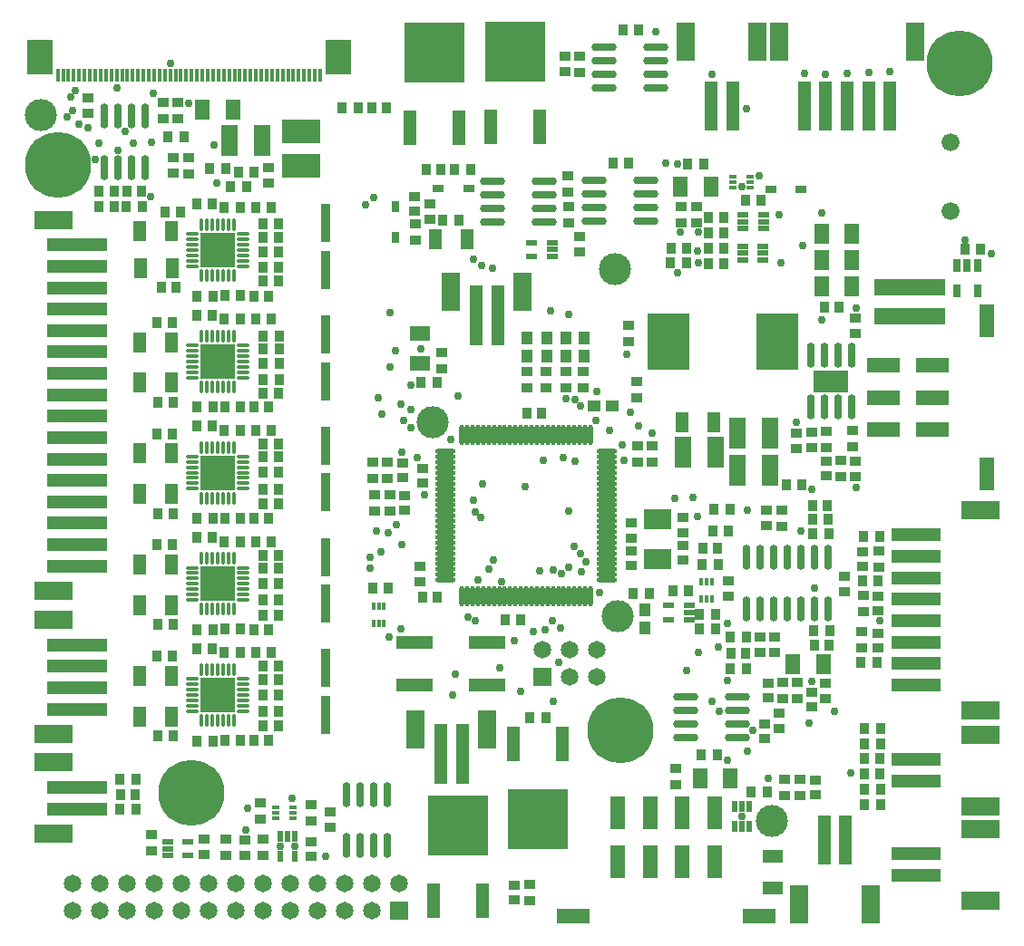
<source format=gts>
%FSLAX25Y25*%
%MOIN*%
G70*
G01*
G75*
G04 Layer_Color=8388736*
%ADD10R,0.03543X0.02756*%
%ADD11R,0.02756X0.03543*%
%ADD12R,0.03150X0.03543*%
%ADD13R,0.01181X0.02559*%
%ADD14R,0.13780X0.08465*%
%ADD15R,0.05315X0.11024*%
%ADD16R,0.05906X0.13386*%
%ADD17R,0.03937X0.21654*%
%ADD18R,0.03347X0.01378*%
%ADD19R,0.02559X0.01181*%
%ADD20R,0.03543X0.03150*%
%ADD21C,0.03937*%
%ADD22R,0.13386X0.05906*%
%ADD23R,0.17716X0.03937*%
%ADD24R,0.12402X0.12402*%
%ADD25O,0.04134X0.00787*%
%ADD26O,0.00787X0.04134*%
%ADD27O,0.02362X0.08661*%
%ADD28R,0.21654X0.03937*%
%ADD29R,0.02756X0.13583*%
%ADD30R,0.25590X0.05709*%
%ADD31R,0.02362X0.04331*%
%ADD32R,0.01378X0.03543*%
%ADD33R,0.21850X0.21260*%
%ADD34R,0.03937X0.12008*%
%ADD35R,0.02362X0.03543*%
%ADD36R,0.03543X0.02362*%
%ADD37R,0.05118X0.07087*%
%ADD38R,0.07087X0.05118*%
%ADD39O,0.08661X0.02362*%
%ADD40R,0.04528X0.06890*%
%ADD41R,0.09055X0.12205*%
%ADD42R,0.00980X0.04331*%
%ADD43R,0.05000X0.11496*%
%ADD44R,0.11496X0.05000*%
%ADD45R,0.09449X0.06693*%
%ADD46O,0.01181X0.07087*%
%ADD47O,0.07087X0.01181*%
%ADD48R,0.15157X0.20276*%
%ADD49R,0.12205X0.07874*%
%ADD50R,0.03347X0.04134*%
%ADD51R,0.04134X0.03347*%
%ADD52R,0.03937X0.17716*%
%ADD53R,0.12598X0.03937*%
%ADD54R,0.01378X0.03347*%
%ADD55R,0.06890X0.04528*%
%ADD56C,0.00800*%
%ADD57C,0.01200*%
%ADD58C,0.00600*%
%ADD59C,0.02000*%
%ADD60C,0.01000*%
%ADD61C,0.02500*%
%ADD62C,0.01500*%
%ADD63R,0.10255X0.13405*%
%ADD64R,0.05906X0.05906*%
%ADD65C,0.05906*%
%ADD66C,0.23622*%
%ADD67C,0.06000*%
%ADD68C,0.02400*%
%ADD69C,0.04000*%
%ADD70C,0.05943*%
%ADD71C,0.05550*%
%ADD72C,0.03600*%
%ADD73C,0.14998*%
%ADD74C,0.00984*%
%ADD75C,0.02362*%
%ADD76C,0.01575*%
%ADD77C,0.00787*%
%ADD78R,0.06700X0.01600*%
%ADD79R,0.01600X0.06700*%
%ADD80R,0.12900X0.03400*%
%ADD81R,0.14400X0.11900*%
%ADD82R,0.04143X0.03356*%
%ADD83R,0.03356X0.04143*%
%ADD84R,0.03750X0.04143*%
%ADD85R,0.00630X0.02008*%
%ADD86R,0.14379X0.09065*%
%ADD87R,0.05915X0.11624*%
%ADD88R,0.05306X0.12786*%
%ADD89R,0.03337X0.21054*%
%ADD90R,0.02795X0.00827*%
%ADD91R,0.02008X0.00630*%
%ADD92R,0.04143X0.03750*%
%ADD93R,0.12786X0.05306*%
%ADD94R,0.17116X0.03337*%
%ADD95R,0.11402X0.11402*%
%ADD96O,0.03934X0.00587*%
%ADD97O,0.00587X0.03934*%
%ADD98O,0.02962X0.09261*%
%ADD99R,0.21054X0.03337*%
%ADD100R,0.02156X0.12983*%
%ADD101R,0.26191X0.06309*%
%ADD102R,0.02962X0.04931*%
%ADD103R,0.00827X0.02992*%
%ADD104R,0.22450X0.21860*%
%ADD105R,0.04537X0.12608*%
%ADD106R,0.02962X0.04143*%
%ADD107R,0.04143X0.02962*%
%ADD108R,0.04518X0.06487*%
%ADD109R,0.06487X0.04518*%
%ADD110O,0.08061X0.01762*%
%ADD111O,0.01762X0.08061*%
%ADD112R,0.05128X0.07490*%
%ADD113R,0.08455X0.11605*%
%ADD114R,0.00780X0.04131*%
%ADD115R,0.04400X0.10896*%
%ADD116R,0.10896X0.04400*%
%ADD117R,0.08849X0.06093*%
%ADD118O,0.01781X0.07687*%
%ADD119O,0.07687X0.01781*%
%ADD120R,0.15757X0.20876*%
%ADD121R,0.11605X0.07274*%
%ADD122R,0.03947X0.04734*%
%ADD123R,0.04734X0.03947*%
%ADD124R,0.03337X0.17116*%
%ADD125R,0.11998X0.03337*%
%ADD126R,0.00827X0.02795*%
%ADD127R,0.07490X0.05128*%
%ADD128R,0.01781X0.03159*%
%ADD129R,0.06506X0.13986*%
%ADD130R,0.04537X0.22253*%
%ADD131R,0.03947X0.01978*%
%ADD132R,0.03159X0.01781*%
%ADD133C,0.11811*%
%ADD134R,0.13986X0.06506*%
%ADD135R,0.18316X0.04537*%
%ADD136R,0.13002X0.13002*%
%ADD137O,0.04734X0.01387*%
%ADD138O,0.01387X0.04734*%
%ADD139R,0.22253X0.04537*%
%ADD140R,0.03356X0.14183*%
%ADD141R,0.01978X0.04143*%
%ADD142R,0.05718X0.07687*%
%ADD143R,0.07687X0.05718*%
%ADD144O,0.09261X0.02962*%
%ADD145R,0.09655X0.12805*%
%ADD146R,0.01580X0.04931*%
%ADD147R,0.05600X0.12096*%
%ADD148R,0.12096X0.05600*%
%ADD149R,0.10049X0.07293*%
%ADD150R,0.12805X0.08474*%
%ADD151R,0.04537X0.18316*%
%ADD152R,0.13198X0.04537*%
%ADD153R,0.01978X0.03947*%
%ADD154R,0.06506X0.06506*%
%ADD155C,0.06506*%
%ADD156C,0.24222*%
%ADD157C,0.06600*%
%ADD158C,0.03000*%
D82*
X249000Y259347D02*
D03*
Y265253D02*
D03*
X243400Y259347D02*
D03*
Y265253D02*
D03*
X279500Y73247D02*
D03*
Y79153D02*
D03*
X48700Y28447D02*
D03*
Y34353D02*
D03*
X225100Y143247D02*
D03*
Y149153D02*
D03*
X224100Y215747D02*
D03*
Y221653D02*
D03*
X296500Y90153D02*
D03*
Y84247D02*
D03*
X25400Y305453D02*
D03*
Y299547D02*
D03*
X241500Y52647D02*
D03*
Y58553D02*
D03*
X76000Y26647D02*
D03*
Y32553D02*
D03*
X83200Y26547D02*
D03*
Y32453D02*
D03*
X89700Y26647D02*
D03*
Y32553D02*
D03*
X232900Y177253D02*
D03*
Y171347D02*
D03*
X227300Y177253D02*
D03*
Y171347D02*
D03*
X53000Y303753D02*
D03*
Y297847D02*
D03*
X58600Y303753D02*
D03*
Y297847D02*
D03*
X107400Y45253D02*
D03*
Y39347D02*
D03*
X281500Y54653D02*
D03*
Y48747D02*
D03*
X287200D02*
D03*
Y54653D02*
D03*
X316004Y138553D02*
D03*
Y132647D02*
D03*
X286052Y84347D02*
D03*
Y90253D02*
D03*
X310400Y122253D02*
D03*
Y116347D02*
D03*
X309904Y103047D02*
D03*
Y108953D02*
D03*
X280752Y84347D02*
D03*
Y90253D02*
D03*
X272552Y101247D02*
D03*
Y107153D02*
D03*
X62300Y283353D02*
D03*
Y277447D02*
D03*
X277652Y107153D02*
D03*
Y101247D02*
D03*
X201175Y204653D02*
D03*
Y198747D02*
D03*
X193950Y204653D02*
D03*
Y198747D02*
D03*
X186726Y204653D02*
D03*
Y198747D02*
D03*
X207602Y204753D02*
D03*
Y198847D02*
D03*
X227000Y200953D02*
D03*
Y195047D02*
D03*
X145800Y258953D02*
D03*
Y253047D02*
D03*
X187900Y10147D02*
D03*
Y16053D02*
D03*
X155300Y205647D02*
D03*
Y211553D02*
D03*
X280348Y147847D02*
D03*
Y153753D02*
D03*
X274948Y153853D02*
D03*
Y147947D02*
D03*
X151000Y266453D02*
D03*
Y260547D02*
D03*
X206098Y320653D02*
D03*
Y314747D02*
D03*
X202100Y265353D02*
D03*
Y259447D02*
D03*
X201700Y276653D02*
D03*
Y270747D02*
D03*
X296867Y182715D02*
D03*
Y176810D02*
D03*
X306467Y182915D02*
D03*
Y177010D02*
D03*
X285900Y182153D02*
D03*
Y176247D02*
D03*
X307567Y165910D02*
D03*
Y171815D02*
D03*
X302167Y166110D02*
D03*
Y172015D02*
D03*
X136298Y153447D02*
D03*
Y159353D02*
D03*
X130696Y153447D02*
D03*
Y159353D02*
D03*
X135548Y165347D02*
D03*
Y171253D02*
D03*
X130096Y165347D02*
D03*
Y171253D02*
D03*
X88900Y40047D02*
D03*
Y45953D02*
D03*
D83*
X245453Y244800D02*
D03*
X239547D02*
D03*
X245553Y250200D02*
D03*
X239647D02*
D03*
X269147Y50000D02*
D03*
X275053D02*
D03*
X130047Y125050D02*
D03*
X135953D02*
D03*
X65347Y102800D02*
D03*
X71253D02*
D03*
X65347Y143700D02*
D03*
X71253D02*
D03*
X65347Y184600D02*
D03*
X71253D02*
D03*
X65347Y225500D02*
D03*
X71253D02*
D03*
X65347Y266400D02*
D03*
X71253D02*
D03*
X81353Y101300D02*
D03*
X75447D02*
D03*
X81353Y142200D02*
D03*
X75447D02*
D03*
X81353Y183100D02*
D03*
X75447D02*
D03*
X81353Y224000D02*
D03*
X75447D02*
D03*
X81353Y265000D02*
D03*
X75447D02*
D03*
X65547Y68700D02*
D03*
X71453D02*
D03*
X65547Y109600D02*
D03*
X71453D02*
D03*
X65547Y150600D02*
D03*
X71453D02*
D03*
X65547Y191600D02*
D03*
X71453D02*
D03*
X65547Y232500D02*
D03*
X71453D02*
D03*
X89647Y79700D02*
D03*
X95553D02*
D03*
X89647Y120600D02*
D03*
X95553D02*
D03*
X89647Y161500D02*
D03*
X95553D02*
D03*
X89747Y201800D02*
D03*
X95653D02*
D03*
X89647Y243000D02*
D03*
X95553D02*
D03*
Y96207D02*
D03*
X89647D02*
D03*
X95553Y137107D02*
D03*
X89647D02*
D03*
X95553Y178007D02*
D03*
X89647D02*
D03*
X95653Y217807D02*
D03*
X89747D02*
D03*
X95553Y259007D02*
D03*
X89647D02*
D03*
X95553Y85800D02*
D03*
X89647D02*
D03*
X95553Y126700D02*
D03*
X89647D02*
D03*
X95553Y167600D02*
D03*
X89647D02*
D03*
X95653Y207600D02*
D03*
X89747D02*
D03*
X95553Y248800D02*
D03*
X89647D02*
D03*
X95553Y91407D02*
D03*
X89647D02*
D03*
X95553Y132307D02*
D03*
X89647D02*
D03*
X95553Y173207D02*
D03*
X89647D02*
D03*
X95653Y212907D02*
D03*
X89747D02*
D03*
X95553Y254107D02*
D03*
X89647D02*
D03*
X347651Y249600D02*
D03*
X353557D02*
D03*
X291647Y150300D02*
D03*
X297553D02*
D03*
X297705Y145100D02*
D03*
X291799D02*
D03*
X255447Y154000D02*
D03*
X261353D02*
D03*
X147847Y200800D02*
D03*
X153753D02*
D03*
X310747Y45500D02*
D03*
X316653D02*
D03*
Y51100D02*
D03*
X310747D02*
D03*
Y73496D02*
D03*
X316653D02*
D03*
X250199Y115300D02*
D03*
X256105D02*
D03*
X316653Y67596D02*
D03*
X310747D02*
D03*
X316357Y144100D02*
D03*
X310451D02*
D03*
X256105Y110200D02*
D03*
X250199D02*
D03*
X315957Y127700D02*
D03*
X310051D02*
D03*
X315457Y97800D02*
D03*
X309551D02*
D03*
X80647Y278100D02*
D03*
X86553D02*
D03*
X70147Y279500D02*
D03*
X76053D02*
D03*
X54847Y290900D02*
D03*
X60753D02*
D03*
X298053Y109300D02*
D03*
X292147D02*
D03*
X251199Y133800D02*
D03*
X257105D02*
D03*
X261499Y107000D02*
D03*
X267405D02*
D03*
Y95400D02*
D03*
X261499D02*
D03*
X231653Y123200D02*
D03*
X225747D02*
D03*
X245947Y281000D02*
D03*
X251853D02*
D03*
X250747Y63681D02*
D03*
X256653D02*
D03*
X124753Y301800D02*
D03*
X118847D02*
D03*
X160147Y279200D02*
D03*
X166053D02*
D03*
X77947Y272600D02*
D03*
X83853D02*
D03*
X260905Y146100D02*
D03*
X254999D02*
D03*
X155847Y260500D02*
D03*
X161753D02*
D03*
X45453Y265300D02*
D03*
X39547D02*
D03*
X35253D02*
D03*
X29347D02*
D03*
X193853Y77500D02*
D03*
X187947D02*
D03*
X282047Y162900D02*
D03*
X287953D02*
D03*
X259253Y249900D02*
D03*
X253347D02*
D03*
X259253Y244300D02*
D03*
X253347D02*
D03*
X259253Y261500D02*
D03*
X253347D02*
D03*
X259253Y255600D02*
D03*
X253347D02*
D03*
X43153Y43700D02*
D03*
X37247D02*
D03*
X37247Y54600D02*
D03*
X43153D02*
D03*
D84*
X292344Y104200D02*
D03*
X297856D02*
D03*
X50944Y100000D02*
D03*
X56456D02*
D03*
X50944Y140900D02*
D03*
X56456D02*
D03*
X50944Y181800D02*
D03*
X56456D02*
D03*
X50944Y222700D02*
D03*
X56456D02*
D03*
X53944Y263500D02*
D03*
X59456D02*
D03*
X51144Y70700D02*
D03*
X56656D02*
D03*
X51144Y111600D02*
D03*
X56656D02*
D03*
X51144Y152500D02*
D03*
X56656D02*
D03*
X51144Y193400D02*
D03*
X56656D02*
D03*
X52344Y235600D02*
D03*
X57856D02*
D03*
X92656Y101300D02*
D03*
X87144D02*
D03*
X92656Y142200D02*
D03*
X87144D02*
D03*
X92656Y183100D02*
D03*
X87144D02*
D03*
X92656Y224000D02*
D03*
X87144D02*
D03*
X92656Y265000D02*
D03*
X87144D02*
D03*
X86344Y68900D02*
D03*
X91856D02*
D03*
X86344Y109800D02*
D03*
X91856D02*
D03*
X86344Y150700D02*
D03*
X91856D02*
D03*
X86344Y191600D02*
D03*
X91856D02*
D03*
X86344Y232500D02*
D03*
X91856D02*
D03*
X89844Y74300D02*
D03*
X95356D02*
D03*
X89844Y115200D02*
D03*
X95356D02*
D03*
X89844Y156100D02*
D03*
X95356D02*
D03*
X89944Y196700D02*
D03*
X95456D02*
D03*
X89844Y237900D02*
D03*
X95356D02*
D03*
X75844Y69000D02*
D03*
X81356D02*
D03*
X75844Y109900D02*
D03*
X81356D02*
D03*
X75844Y150800D02*
D03*
X81356D02*
D03*
X75844Y191700D02*
D03*
X81356D02*
D03*
X75844Y232600D02*
D03*
X81356D02*
D03*
X291644Y155300D02*
D03*
X297156D02*
D03*
X129744Y301800D02*
D03*
X135256D02*
D03*
X155256Y279200D02*
D03*
X149744D02*
D03*
X45256Y271200D02*
D03*
X39744D02*
D03*
X35056Y271100D02*
D03*
X29544D02*
D03*
X227656Y330300D02*
D03*
X222144D02*
D03*
X224056Y281400D02*
D03*
X218544D02*
D03*
X301523Y228362D02*
D03*
X296011D02*
D03*
X192156Y189300D02*
D03*
X186644D02*
D03*
X153956Y121800D02*
D03*
X148444D02*
D03*
X178844Y113500D02*
D03*
X184356D02*
D03*
X261696Y101200D02*
D03*
X267208D02*
D03*
X251396Y139800D02*
D03*
X256908D02*
D03*
X316456Y62400D02*
D03*
X310944D02*
D03*
X316456Y56700D02*
D03*
X310944D02*
D03*
X267244Y267800D02*
D03*
X272756D02*
D03*
X37444Y49000D02*
D03*
X42956D02*
D03*
X240544Y123900D02*
D03*
X246056D02*
D03*
D86*
X103800Y293098D02*
D03*
Y280302D02*
D03*
D87*
X77496Y289600D02*
D03*
X89504D02*
D03*
X256204Y175000D02*
D03*
X244196D02*
D03*
X264003Y181952D02*
D03*
X276011D02*
D03*
X264103Y168452D02*
D03*
X276111D02*
D03*
D92*
X206100Y248844D02*
D03*
Y254356D02*
D03*
X291400Y86756D02*
D03*
Y81244D02*
D03*
X244200Y135244D02*
D03*
Y140756D02*
D03*
X68200Y27044D02*
D03*
Y32556D02*
D03*
X107600Y31856D02*
D03*
Y26344D02*
D03*
X145500Y263544D02*
D03*
Y269056D02*
D03*
X182100Y10344D02*
D03*
Y15856D02*
D03*
X303552Y123844D02*
D03*
Y129356D02*
D03*
X200698Y320556D02*
D03*
Y315044D02*
D03*
X114300Y42712D02*
D03*
Y37200D02*
D03*
X244200Y150956D02*
D03*
Y145444D02*
D03*
X307567Y218806D02*
D03*
Y224318D02*
D03*
X296867Y166206D02*
D03*
Y171718D02*
D03*
X291467Y176806D02*
D03*
Y182318D02*
D03*
X148400Y169056D02*
D03*
Y163544D02*
D03*
X225100Y133344D02*
D03*
Y138856D02*
D03*
X147600Y132956D02*
D03*
Y127444D02*
D03*
X56900Y277744D02*
D03*
Y283256D02*
D03*
X91900Y274044D02*
D03*
Y279556D02*
D03*
X315804Y108456D02*
D03*
Y102944D02*
D03*
X315900Y116644D02*
D03*
Y122156D02*
D03*
X275452Y84544D02*
D03*
Y90056D02*
D03*
X260700Y127556D02*
D03*
Y122044D02*
D03*
X310204Y132944D02*
D03*
Y138456D02*
D03*
X292900Y48944D02*
D03*
Y54456D02*
D03*
X274100Y69544D02*
D03*
Y75056D02*
D03*
X141900Y159156D02*
D03*
Y153644D02*
D03*
X141000Y171056D02*
D03*
Y165544D02*
D03*
D98*
X267352Y117351D02*
D03*
X272352D02*
D03*
X277352D02*
D03*
X282352D02*
D03*
X287352D02*
D03*
X292352D02*
D03*
X297352D02*
D03*
X267352Y136249D02*
D03*
X272352D02*
D03*
X277352D02*
D03*
X282352D02*
D03*
X287352D02*
D03*
X292352D02*
D03*
X297352D02*
D03*
X120500Y30258D02*
D03*
X125500D02*
D03*
X130500D02*
D03*
X135500D02*
D03*
X120500Y49156D02*
D03*
X125500D02*
D03*
X130500D02*
D03*
X135500D02*
D03*
X46600Y298549D02*
D03*
X41600D02*
D03*
X36600D02*
D03*
X31600D02*
D03*
X46600Y279651D02*
D03*
X41600D02*
D03*
X36600D02*
D03*
X31600D02*
D03*
X291079Y191720D02*
D03*
X296079D02*
D03*
X301079D02*
D03*
X306079D02*
D03*
X291079Y210618D02*
D03*
X296079D02*
D03*
X301079D02*
D03*
X306079D02*
D03*
D101*
X327404Y224987D02*
D03*
Y235813D02*
D03*
D102*
X352344Y243724D02*
D03*
X348604D02*
D03*
X344864D02*
D03*
Y234276D02*
D03*
X352344D02*
D03*
D104*
X152700Y322114D02*
D03*
X161400Y37714D02*
D03*
X182500Y322314D02*
D03*
X190800Y39986D02*
D03*
D105*
X161676Y294358D02*
D03*
X143724D02*
D03*
X170376Y9958D02*
D03*
X152424D02*
D03*
X191476Y294558D02*
D03*
X173524D02*
D03*
X181824Y67742D02*
D03*
X199776D02*
D03*
D106*
X138500Y253990D02*
D03*
Y265210D02*
D03*
D107*
X165510Y272100D02*
D03*
X154290D02*
D03*
X276390Y271600D02*
D03*
X287610D02*
D03*
D112*
X164907Y253300D02*
D03*
X153293D02*
D03*
X56207Y77863D02*
D03*
X44593D02*
D03*
X56207Y118763D02*
D03*
X44593D02*
D03*
X56207Y159663D02*
D03*
X44593D02*
D03*
X56207Y200563D02*
D03*
X44593D02*
D03*
X56407Y242700D02*
D03*
X44793D02*
D03*
X56207Y92763D02*
D03*
X44593D02*
D03*
X56207Y133663D02*
D03*
X44593D02*
D03*
X56207Y174563D02*
D03*
X44593D02*
D03*
X56207Y215463D02*
D03*
X44593D02*
D03*
X56207Y256363D02*
D03*
X44593D02*
D03*
X255507Y186000D02*
D03*
X243893D02*
D03*
D118*
X162878Y121876D02*
D03*
X164846D02*
D03*
X166815D02*
D03*
X168783D02*
D03*
X170752D02*
D03*
X172720D02*
D03*
X174689D02*
D03*
X176657D02*
D03*
X178626D02*
D03*
X180594D02*
D03*
X182563D02*
D03*
X184532D02*
D03*
X186500D02*
D03*
X188469D02*
D03*
X190437D02*
D03*
X192406D02*
D03*
X194374D02*
D03*
X196343D02*
D03*
X198311D02*
D03*
X200280D02*
D03*
X202248D02*
D03*
X204217D02*
D03*
X206185D02*
D03*
X208154D02*
D03*
X210122D02*
D03*
Y181324D02*
D03*
X208154D02*
D03*
X206185D02*
D03*
X204217D02*
D03*
X202248D02*
D03*
X200280D02*
D03*
X198311D02*
D03*
X196343D02*
D03*
X194374D02*
D03*
X192406D02*
D03*
X190437D02*
D03*
X188469D02*
D03*
X186500D02*
D03*
X184532D02*
D03*
X182563D02*
D03*
X180594D02*
D03*
X178626D02*
D03*
X176657D02*
D03*
X174689D02*
D03*
X172720D02*
D03*
X170752D02*
D03*
X168783D02*
D03*
X166815D02*
D03*
X164846D02*
D03*
X162878D02*
D03*
D119*
X216224Y127978D02*
D03*
Y129946D02*
D03*
Y131915D02*
D03*
Y133883D02*
D03*
Y135852D02*
D03*
Y137820D02*
D03*
Y139789D02*
D03*
Y141757D02*
D03*
Y143726D02*
D03*
Y145694D02*
D03*
Y147663D02*
D03*
Y149631D02*
D03*
Y151600D02*
D03*
Y153568D02*
D03*
Y155537D02*
D03*
Y157506D02*
D03*
Y159474D02*
D03*
Y161443D02*
D03*
Y163411D02*
D03*
Y165380D02*
D03*
Y167348D02*
D03*
Y169317D02*
D03*
Y171285D02*
D03*
Y173254D02*
D03*
Y175222D02*
D03*
X156776D02*
D03*
Y173254D02*
D03*
Y171285D02*
D03*
Y169317D02*
D03*
Y167348D02*
D03*
Y165380D02*
D03*
Y163411D02*
D03*
Y161443D02*
D03*
Y159474D02*
D03*
Y157506D02*
D03*
Y155537D02*
D03*
Y153568D02*
D03*
Y151600D02*
D03*
Y149631D02*
D03*
Y147663D02*
D03*
Y145694D02*
D03*
Y143726D02*
D03*
Y141757D02*
D03*
Y139789D02*
D03*
Y137820D02*
D03*
Y135852D02*
D03*
Y133883D02*
D03*
Y131915D02*
D03*
Y129946D02*
D03*
Y127978D02*
D03*
D120*
X238720Y215600D02*
D03*
X278680D02*
D03*
D122*
X230100Y117147D02*
D03*
Y110453D02*
D03*
X207700Y210428D02*
D03*
Y217121D02*
D03*
X186825Y217021D02*
D03*
Y210328D02*
D03*
X194049D02*
D03*
Y217021D02*
D03*
X201274D02*
D03*
Y210328D02*
D03*
D123*
X211554Y191900D02*
D03*
X218247D02*
D03*
D127*
X277100Y14693D02*
D03*
Y26307D02*
D03*
D128*
X134268Y112150D02*
D03*
X132300D02*
D03*
X130332D02*
D03*
Y118450D02*
D03*
X132300D02*
D03*
X134268D02*
D03*
X254668Y127350D02*
D03*
X252700D02*
D03*
X250731D02*
D03*
Y121050D02*
D03*
X252700D02*
D03*
X254668D02*
D03*
D129*
X158911Y234129D02*
D03*
X185289D02*
D03*
X286811Y8658D02*
D03*
X313189D02*
D03*
X271593Y326203D02*
D03*
X245215D02*
D03*
X279500Y326110D02*
D03*
X329500D02*
D03*
X172289Y72929D02*
D03*
X145911D02*
D03*
D130*
X176037Y225271D02*
D03*
X168163D02*
D03*
X155163Y64071D02*
D03*
X163037D02*
D03*
D131*
X196040Y247041D02*
D03*
Y249600D02*
D03*
Y252159D02*
D03*
X188560D02*
D03*
Y247041D02*
D03*
X266060Y250859D02*
D03*
Y248300D02*
D03*
Y245741D02*
D03*
X273540D02*
D03*
Y248300D02*
D03*
Y250859D02*
D03*
X62240Y31667D02*
D03*
Y26549D02*
D03*
X54760D02*
D03*
Y29108D02*
D03*
Y31667D02*
D03*
X266160Y262359D02*
D03*
Y259800D02*
D03*
Y257241D02*
D03*
X273640D02*
D03*
Y259800D02*
D03*
Y262359D02*
D03*
X238860Y113441D02*
D03*
Y118559D02*
D03*
X246340D02*
D03*
Y116000D02*
D03*
Y113441D02*
D03*
D132*
X262450Y276269D02*
D03*
Y274300D02*
D03*
Y272332D02*
D03*
X268750D02*
D03*
Y274300D02*
D03*
Y276269D02*
D03*
X100650Y44368D02*
D03*
Y42400D02*
D03*
Y40431D02*
D03*
X94350D02*
D03*
Y42400D02*
D03*
Y44368D02*
D03*
D133*
X220100Y114700D02*
D03*
X152000Y186100D02*
D03*
X276900Y39400D02*
D03*
X219100Y242300D02*
D03*
X8000Y299100D02*
D03*
D134*
X353544Y153811D02*
D03*
Y80189D02*
D03*
X12771Y123893D02*
D03*
Y260507D02*
D03*
X353544Y10111D02*
D03*
Y36489D02*
D03*
X12677Y71237D02*
D03*
Y113363D02*
D03*
X353544Y44811D02*
D03*
Y71189D02*
D03*
X12685Y60989D02*
D03*
Y34611D02*
D03*
D135*
X329725Y89441D02*
D03*
Y97315D02*
D03*
Y105189D02*
D03*
Y113063D02*
D03*
Y120937D02*
D03*
Y128811D02*
D03*
Y136685D02*
D03*
Y144559D02*
D03*
Y27237D02*
D03*
Y19363D02*
D03*
Y61937D02*
D03*
Y54063D02*
D03*
D136*
X73200Y85707D02*
D03*
Y126607D02*
D03*
Y167507D02*
D03*
Y208407D02*
D03*
Y249307D02*
D03*
D137*
X63850Y79802D02*
D03*
Y81770D02*
D03*
Y83739D02*
D03*
Y85707D02*
D03*
Y87676D02*
D03*
Y89644D02*
D03*
Y91613D02*
D03*
X82550D02*
D03*
Y89644D02*
D03*
Y87676D02*
D03*
Y85707D02*
D03*
Y83739D02*
D03*
Y81770D02*
D03*
Y79802D02*
D03*
Y120702D02*
D03*
Y122670D02*
D03*
Y124639D02*
D03*
Y126607D02*
D03*
Y128576D02*
D03*
Y130544D02*
D03*
Y132513D02*
D03*
X63850D02*
D03*
Y130544D02*
D03*
Y128576D02*
D03*
Y126607D02*
D03*
Y124639D02*
D03*
Y122670D02*
D03*
Y120702D02*
D03*
Y161602D02*
D03*
Y163570D02*
D03*
Y165539D02*
D03*
Y167507D02*
D03*
Y169476D02*
D03*
Y171444D02*
D03*
Y173413D02*
D03*
X82550D02*
D03*
Y171444D02*
D03*
Y169476D02*
D03*
Y167507D02*
D03*
Y165539D02*
D03*
Y163570D02*
D03*
Y161602D02*
D03*
Y202502D02*
D03*
Y204470D02*
D03*
Y206439D02*
D03*
Y208407D02*
D03*
Y210376D02*
D03*
Y212344D02*
D03*
Y214313D02*
D03*
X63850D02*
D03*
Y212344D02*
D03*
Y210376D02*
D03*
Y208407D02*
D03*
Y206439D02*
D03*
Y204470D02*
D03*
Y202502D02*
D03*
Y243402D02*
D03*
Y245370D02*
D03*
Y247339D02*
D03*
Y249307D02*
D03*
Y251276D02*
D03*
Y253244D02*
D03*
Y255213D02*
D03*
X82550D02*
D03*
Y253244D02*
D03*
Y251276D02*
D03*
Y249307D02*
D03*
Y247339D02*
D03*
Y245370D02*
D03*
Y243402D02*
D03*
D138*
X67295Y95057D02*
D03*
X69263D02*
D03*
X71232D02*
D03*
X73200D02*
D03*
X75169D02*
D03*
X77137D02*
D03*
X79106D02*
D03*
Y76357D02*
D03*
X77137D02*
D03*
X75169D02*
D03*
X73200D02*
D03*
X71232D02*
D03*
X69263D02*
D03*
X67295D02*
D03*
Y117257D02*
D03*
X69263D02*
D03*
X71232D02*
D03*
X73200D02*
D03*
X75169D02*
D03*
X77137D02*
D03*
X79106D02*
D03*
Y135958D02*
D03*
X77137D02*
D03*
X75169D02*
D03*
X73200D02*
D03*
X71232D02*
D03*
X69263D02*
D03*
X67295D02*
D03*
Y176857D02*
D03*
X69263D02*
D03*
X71232D02*
D03*
X73200D02*
D03*
X75169D02*
D03*
X77137D02*
D03*
X79106D02*
D03*
Y158157D02*
D03*
X77137D02*
D03*
X75169D02*
D03*
X73200D02*
D03*
X71232D02*
D03*
X69263D02*
D03*
X67295D02*
D03*
Y199057D02*
D03*
X69263D02*
D03*
X71232D02*
D03*
X73200D02*
D03*
X75169D02*
D03*
X77137D02*
D03*
X79106D02*
D03*
Y217758D02*
D03*
X77137D02*
D03*
X75169D02*
D03*
X73200D02*
D03*
X71232D02*
D03*
X69263D02*
D03*
X67295D02*
D03*
Y258658D02*
D03*
X69263D02*
D03*
X71232D02*
D03*
X73200D02*
D03*
X75169D02*
D03*
X77137D02*
D03*
X79106D02*
D03*
Y239957D02*
D03*
X77137D02*
D03*
X75169D02*
D03*
X73200D02*
D03*
X71232D02*
D03*
X69263D02*
D03*
X67295D02*
D03*
D139*
X21629Y172515D02*
D03*
Y164641D02*
D03*
Y251255D02*
D03*
Y243381D02*
D03*
Y235507D02*
D03*
Y227633D02*
D03*
Y219759D02*
D03*
Y211885D02*
D03*
Y204011D02*
D03*
Y196137D02*
D03*
Y188263D02*
D03*
Y180389D02*
D03*
Y141019D02*
D03*
Y133145D02*
D03*
Y148893D02*
D03*
Y156767D02*
D03*
X21535Y80489D02*
D03*
Y88363D02*
D03*
Y104111D02*
D03*
Y96237D02*
D03*
X21543Y43863D02*
D03*
Y51737D02*
D03*
D140*
X112700Y78500D02*
D03*
Y95626D02*
D03*
Y119400D02*
D03*
Y136526D02*
D03*
Y160300D02*
D03*
Y177426D02*
D03*
Y201200D02*
D03*
Y218326D02*
D03*
Y242100D02*
D03*
Y259226D02*
D03*
D141*
X101359Y33740D02*
D03*
X98800D02*
D03*
X96241D02*
D03*
Y26260D02*
D03*
X101359D02*
D03*
D142*
X254310Y272600D02*
D03*
X243090D02*
D03*
X261610Y55181D02*
D03*
X250390D02*
D03*
X78810Y301200D02*
D03*
X67590D02*
D03*
X295057Y235962D02*
D03*
X306277D02*
D03*
X295057Y245662D02*
D03*
X306277D02*
D03*
X295057Y255362D02*
D03*
X306277D02*
D03*
X284442Y97000D02*
D03*
X295662D02*
D03*
D143*
X147500Y218810D02*
D03*
Y207590D02*
D03*
D144*
X215202Y324100D02*
D03*
Y319100D02*
D03*
Y314100D02*
D03*
Y309100D02*
D03*
X234100Y324100D02*
D03*
Y319100D02*
D03*
Y314100D02*
D03*
Y309100D02*
D03*
X230500Y260200D02*
D03*
Y265200D02*
D03*
Y270200D02*
D03*
Y275200D02*
D03*
X211602Y260200D02*
D03*
Y265200D02*
D03*
Y270200D02*
D03*
Y275200D02*
D03*
X264049Y69900D02*
D03*
Y74900D02*
D03*
Y79900D02*
D03*
Y84900D02*
D03*
X245151Y69900D02*
D03*
Y74900D02*
D03*
Y79900D02*
D03*
Y84900D02*
D03*
X193049Y259600D02*
D03*
Y264600D02*
D03*
Y269600D02*
D03*
Y274600D02*
D03*
X174151Y259600D02*
D03*
Y264600D02*
D03*
Y269600D02*
D03*
Y274600D02*
D03*
D145*
X117375Y320493D02*
D03*
X7768D02*
D03*
D146*
X110800Y313800D02*
D03*
X108832D02*
D03*
X106863D02*
D03*
X104894D02*
D03*
X102926D02*
D03*
X100958D02*
D03*
X98989D02*
D03*
X97021D02*
D03*
X95052D02*
D03*
X93084D02*
D03*
X91115D02*
D03*
X89147D02*
D03*
X87178D02*
D03*
X85210D02*
D03*
X83241D02*
D03*
X81272D02*
D03*
X79304D02*
D03*
X77335D02*
D03*
X75367D02*
D03*
X73398D02*
D03*
X71430D02*
D03*
X69461D02*
D03*
X67493D02*
D03*
X65524D02*
D03*
X63556D02*
D03*
X61587D02*
D03*
X59619D02*
D03*
X57650D02*
D03*
X55682D02*
D03*
X53713D02*
D03*
X51745D02*
D03*
X49776D02*
D03*
X47808D02*
D03*
X45839D02*
D03*
X43871D02*
D03*
X41902D02*
D03*
X39934D02*
D03*
X37965D02*
D03*
X35997D02*
D03*
X34028D02*
D03*
X32060D02*
D03*
X30091D02*
D03*
X28123D02*
D03*
X26154D02*
D03*
X24186D02*
D03*
X22217D02*
D03*
X20249D02*
D03*
X18280D02*
D03*
X16312D02*
D03*
X14343D02*
D03*
D147*
X255716Y24226D02*
D03*
X243905D02*
D03*
Y42415D02*
D03*
X255716D02*
D03*
X220284D02*
D03*
Y24226D02*
D03*
X232095D02*
D03*
Y42415D02*
D03*
X355704Y223350D02*
D03*
Y167050D02*
D03*
D148*
X203945Y4462D02*
D03*
X272055D02*
D03*
X335940Y183389D02*
D03*
X317751D02*
D03*
Y207011D02*
D03*
Y195200D02*
D03*
X335940D02*
D03*
Y207011D02*
D03*
D149*
X234700Y150383D02*
D03*
Y135817D02*
D03*
D150*
X298579Y201169D02*
D03*
D151*
X303937Y32477D02*
D03*
X296063D02*
D03*
X254467Y302384D02*
D03*
X262341D02*
D03*
X288752Y302291D02*
D03*
X296626D02*
D03*
X304500D02*
D03*
X320248D02*
D03*
X312374D02*
D03*
D152*
X145414Y105074D02*
D03*
Y89326D02*
D03*
X172186Y105074D02*
D03*
Y89326D02*
D03*
D153*
X268359Y37260D02*
D03*
X265800D02*
D03*
X263241D02*
D03*
Y44740D02*
D03*
X265800D02*
D03*
X268359D02*
D03*
D154*
X139900Y6500D02*
D03*
X192300Y92500D02*
D03*
D155*
X139900Y16500D02*
D03*
X129900Y6500D02*
D03*
Y16500D02*
D03*
X119900Y6500D02*
D03*
Y16500D02*
D03*
X109900Y6500D02*
D03*
Y16500D02*
D03*
X99900Y6500D02*
D03*
Y16500D02*
D03*
X89900Y6500D02*
D03*
Y16500D02*
D03*
X79900Y6500D02*
D03*
Y16500D02*
D03*
X69900Y6500D02*
D03*
Y16500D02*
D03*
X59900Y6500D02*
D03*
Y16500D02*
D03*
X49900Y6500D02*
D03*
Y16500D02*
D03*
X39900Y6500D02*
D03*
Y16500D02*
D03*
X29900Y6500D02*
D03*
Y16500D02*
D03*
X19900Y6500D02*
D03*
Y16500D02*
D03*
X212300Y102500D02*
D03*
Y92500D02*
D03*
X202300Y102500D02*
D03*
Y92500D02*
D03*
X192300Y102500D02*
D03*
D156*
X14300Y280600D02*
D03*
X345900Y318100D02*
D03*
X221000Y72600D02*
D03*
X63300Y49600D02*
D03*
D157*
X342400Y289195D02*
D03*
Y263605D02*
D03*
D158*
X77531Y90038D02*
D03*
Y85707D02*
D03*
Y81376D02*
D03*
X73200Y90038D02*
D03*
Y85707D02*
D03*
Y81376D02*
D03*
X68869Y90038D02*
D03*
Y85707D02*
D03*
Y81376D02*
D03*
Y122276D02*
D03*
Y126607D02*
D03*
Y130938D02*
D03*
X73200Y122276D02*
D03*
Y126607D02*
D03*
Y130938D02*
D03*
X77531Y122276D02*
D03*
Y126607D02*
D03*
Y130938D02*
D03*
Y171838D02*
D03*
Y167507D02*
D03*
Y163176D02*
D03*
X73200Y171838D02*
D03*
Y167507D02*
D03*
Y163176D02*
D03*
X68869Y171838D02*
D03*
Y167507D02*
D03*
Y163176D02*
D03*
Y204076D02*
D03*
Y208407D02*
D03*
Y212738D02*
D03*
X73200Y204076D02*
D03*
Y208407D02*
D03*
Y212738D02*
D03*
X77531Y204076D02*
D03*
Y208407D02*
D03*
Y212738D02*
D03*
Y253638D02*
D03*
Y249307D02*
D03*
Y244976D02*
D03*
X73200Y253638D02*
D03*
Y249307D02*
D03*
Y244976D02*
D03*
X68869Y253638D02*
D03*
Y249307D02*
D03*
Y244976D02*
D03*
X294249Y199004D02*
D03*
Y203335D02*
D03*
X298579Y199004D02*
D03*
Y203335D02*
D03*
X302910Y199004D02*
D03*
Y203335D02*
D03*
X357600Y248200D02*
D03*
X136200Y107100D02*
D03*
X176700Y95700D02*
D03*
X182200Y105600D02*
D03*
X167700Y112900D02*
D03*
X165000Y114500D02*
D03*
X177400Y127500D02*
D03*
X140300Y110000D02*
D03*
X83600Y36100D02*
D03*
X170000Y243600D02*
D03*
X174200Y242700D02*
D03*
X167000Y246000D02*
D03*
X188800Y30900D02*
D03*
X185100D02*
D03*
X181400D02*
D03*
X199900D02*
D03*
X196200D02*
D03*
X192500D02*
D03*
X188800Y34000D02*
D03*
X185100D02*
D03*
X181400D02*
D03*
X166800Y31000D02*
D03*
X199900Y34000D02*
D03*
X196200D02*
D03*
X192500D02*
D03*
X163100Y30900D02*
D03*
X159400D02*
D03*
X155700D02*
D03*
X152000D02*
D03*
X170500Y31000D02*
D03*
X188800Y49000D02*
D03*
X185100D02*
D03*
X181400D02*
D03*
X166800Y46000D02*
D03*
X199900Y49000D02*
D03*
X196200D02*
D03*
X192500D02*
D03*
X163100Y45900D02*
D03*
X159400D02*
D03*
X155700D02*
D03*
X152000D02*
D03*
X170500Y46000D02*
D03*
Y43000D02*
D03*
Y39900D02*
D03*
X152000Y42900D02*
D03*
X155700D02*
D03*
X159400D02*
D03*
X163100D02*
D03*
Y33800D02*
D03*
Y39800D02*
D03*
Y36800D02*
D03*
X159400D02*
D03*
Y39800D02*
D03*
X155700D02*
D03*
X152000D02*
D03*
Y36800D02*
D03*
X155700D02*
D03*
X159400Y33800D02*
D03*
X192500Y46000D02*
D03*
X196200D02*
D03*
X199900D02*
D03*
Y39900D02*
D03*
Y42900D02*
D03*
X196200D02*
D03*
X188800D02*
D03*
X192500D02*
D03*
Y39900D02*
D03*
Y36900D02*
D03*
X196200Y39900D02*
D03*
Y36900D02*
D03*
X199900D02*
D03*
X188800D02*
D03*
X185100Y39900D02*
D03*
Y36900D02*
D03*
X181400Y42900D02*
D03*
X188800Y39900D02*
D03*
X181400D02*
D03*
Y36900D02*
D03*
X170500D02*
D03*
Y33900D02*
D03*
X166800Y36900D02*
D03*
Y33900D02*
D03*
X185100Y42900D02*
D03*
X166800Y39900D02*
D03*
Y43000D02*
D03*
X181400Y46000D02*
D03*
X185100D02*
D03*
X188800D02*
D03*
X152000Y33800D02*
D03*
X155700D02*
D03*
X288748Y314348D02*
D03*
X320100Y314900D02*
D03*
X312500Y314600D02*
D03*
X280100Y244600D02*
D03*
X304400Y314400D02*
D03*
X296600Y314000D02*
D03*
X272100Y276800D02*
D03*
X279500Y262300D02*
D03*
X223600Y211100D02*
D03*
X221700Y177800D02*
D03*
X202200Y225700D02*
D03*
X130400Y268800D02*
D03*
X48500Y268900D02*
D03*
X267900Y65100D02*
D03*
X260300Y61781D02*
D03*
X161500Y195800D02*
D03*
X257000Y103500D02*
D03*
X112900Y26300D02*
D03*
X136500Y206500D02*
D03*
X132100Y194900D02*
D03*
X138700Y148500D02*
D03*
X135900Y145400D02*
D03*
X131500Y146100D02*
D03*
X129200Y136300D02*
D03*
X129000Y132500D02*
D03*
X192700Y172200D02*
D03*
X160600Y93400D02*
D03*
X292500Y124900D02*
D03*
X147900Y213000D02*
D03*
X149100Y159300D02*
D03*
X29600Y288600D02*
D03*
X42200Y288800D02*
D03*
X36000Y308900D02*
D03*
X245300Y94600D02*
D03*
X39000Y293000D02*
D03*
X25300Y294500D02*
D03*
X48700Y288900D02*
D03*
X71800Y288100D02*
D03*
X62500Y303400D02*
D03*
X49300Y307000D02*
D03*
X127500Y266200D02*
D03*
X174500Y135300D02*
D03*
X169800Y150900D02*
D03*
X172900Y131900D02*
D03*
X136300Y226300D02*
D03*
X195400Y227100D02*
D03*
X234100Y329600D02*
D03*
X237700Y281400D02*
D03*
X200000Y172900D02*
D03*
X204400Y171800D02*
D03*
X295000Y263100D02*
D03*
X242100Y281000D02*
D03*
X267500Y301300D02*
D03*
X213600Y123300D02*
D03*
X201175Y194700D02*
D03*
X204500Y194400D02*
D03*
X206600Y192200D02*
D03*
X217000Y183000D02*
D03*
X287400Y146000D02*
D03*
X224800Y189800D02*
D03*
X260300Y112200D02*
D03*
X316300Y112900D02*
D03*
X186200Y162500D02*
D03*
X184300Y87200D02*
D03*
X307800Y228200D02*
D03*
X295100Y223700D02*
D03*
X291500Y161500D02*
D03*
X285800Y185900D02*
D03*
X307800Y162000D02*
D03*
X55682Y317900D02*
D03*
X19765Y300565D02*
D03*
X17643Y298443D02*
D03*
X20742Y308187D02*
D03*
X19043Y305643D02*
D03*
X22000Y295600D02*
D03*
X28000Y282600D02*
D03*
X36600Y286100D02*
D03*
X138500Y212300D02*
D03*
X140700Y175000D02*
D03*
X133300Y189100D02*
D03*
X144200Y199800D02*
D03*
Y190600D02*
D03*
X140600Y192800D02*
D03*
X144000Y184000D02*
D03*
X141500Y186800D02*
D03*
X146500Y173200D02*
D03*
X168783Y127983D02*
D03*
X159300Y85700D02*
D03*
X84000Y44200D02*
D03*
X140900Y141000D02*
D03*
X133200Y138500D02*
D03*
X189100Y109200D02*
D03*
X291300Y90800D02*
D03*
X275500Y54900D02*
D03*
X254700Y83500D02*
D03*
X257500Y79800D02*
D03*
X305900Y56900D02*
D03*
X260400Y91100D02*
D03*
X267753Y153700D02*
D03*
X241000Y158000D02*
D03*
X247700Y158500D02*
D03*
X167700Y153100D02*
D03*
X167200Y157300D02*
D03*
X204000Y140300D02*
D03*
X202200Y153400D02*
D03*
X158900Y179700D02*
D03*
X212000Y186700D02*
D03*
X212400Y197500D02*
D03*
X199000Y110400D02*
D03*
X196100Y113200D02*
D03*
X196500Y83400D02*
D03*
X193400Y109600D02*
D03*
X198400Y97600D02*
D03*
X147300Y318700D02*
D03*
X143600D02*
D03*
X180500Y327900D02*
D03*
X176800D02*
D03*
X173100D02*
D03*
X158400D02*
D03*
Y324800D02*
D03*
X176800D02*
D03*
X158400Y318800D02*
D03*
Y321800D02*
D03*
X162100Y318800D02*
D03*
Y321800D02*
D03*
X173100Y318800D02*
D03*
Y321800D02*
D03*
X180500D02*
D03*
X173100Y324800D02*
D03*
X176800Y318800D02*
D03*
Y321800D02*
D03*
X180500Y318800D02*
D03*
X191600D02*
D03*
X187900D02*
D03*
Y321800D02*
D03*
X184200Y318800D02*
D03*
Y321800D02*
D03*
Y324800D02*
D03*
X180500D02*
D03*
X187900D02*
D03*
X191600D02*
D03*
Y321800D02*
D03*
Y327900D02*
D03*
X187900D02*
D03*
X184200D02*
D03*
X151000Y318700D02*
D03*
X147300Y321700D02*
D03*
X143600D02*
D03*
Y324700D02*
D03*
X147300D02*
D03*
X151000D02*
D03*
Y321700D02*
D03*
X154700D02*
D03*
Y324700D02*
D03*
Y318700D02*
D03*
Y327800D02*
D03*
X151000D02*
D03*
X147300D02*
D03*
X143600D02*
D03*
X162100Y324800D02*
D03*
Y327900D02*
D03*
Y330900D02*
D03*
X143600Y330800D02*
D03*
X147300D02*
D03*
X151000D02*
D03*
X154700D02*
D03*
X184200Y330900D02*
D03*
X187900D02*
D03*
X191600D02*
D03*
X158400D02*
D03*
X173100D02*
D03*
X176800D02*
D03*
X180500D02*
D03*
X162100Y315900D02*
D03*
X143600Y315800D02*
D03*
X147300D02*
D03*
X151000D02*
D03*
X154700D02*
D03*
X184200Y315900D02*
D03*
X187900D02*
D03*
X191600D02*
D03*
X158400D02*
D03*
X173100D02*
D03*
X176800D02*
D03*
X180500D02*
D03*
X184200Y312800D02*
D03*
X187900D02*
D03*
X191600D02*
D03*
X173100D02*
D03*
X176800D02*
D03*
X180500D02*
D03*
X290300Y75300D02*
D03*
X269900Y72600D02*
D03*
X299900Y79800D02*
D03*
X191300Y131300D02*
D03*
X202200Y132700D02*
D03*
X208300Y134800D02*
D03*
X199500Y130400D02*
D03*
X196500Y131600D02*
D03*
X206500Y137800D02*
D03*
X254800Y314200D02*
D03*
X347700Y253000D02*
D03*
X100400Y47600D02*
D03*
X96200Y29900D02*
D03*
X101400D02*
D03*
X249300Y151300D02*
D03*
X249800Y101300D02*
D03*
X170600Y163300D02*
D03*
X206700Y131200D02*
D03*
X227800Y184800D02*
D03*
X222500Y171900D02*
D03*
X232800Y182000D02*
D03*
X288159Y251041D02*
D03*
X265670Y272867D02*
D03*
X265800Y41000D02*
D03*
X243100Y256100D02*
D03*
X249300Y248900D02*
D03*
X249700Y256100D02*
D03*
Y244700D02*
D03*
X242000Y240900D02*
D03*
X72900Y274000D02*
D03*
M02*

</source>
